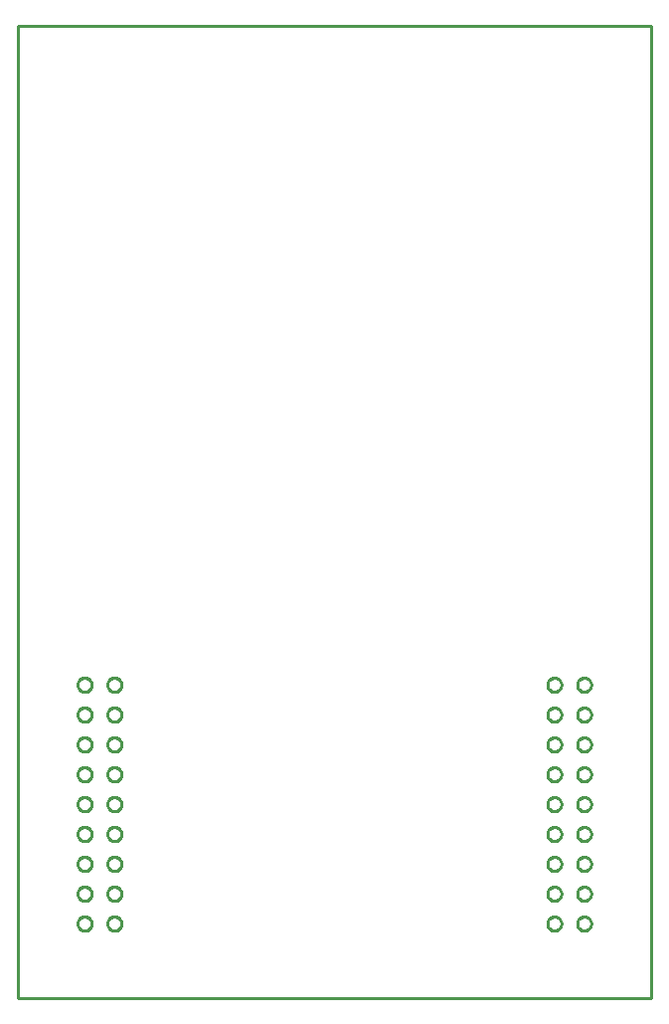
<source format=gbr>
G04 EAGLE Gerber RS-274X export*
G75*
%MOMM*%
%FSLAX34Y34*%
%LPD*%
%IN*%
%IPPOS*%
%AMOC8*
5,1,8,0,0,1.08239X$1,22.5*%
G01*
%ADD10C,0.254000*%


D10*
X-270000Y-165000D02*
X270000Y-165000D01*
X270000Y662500D01*
X-270000Y662500D01*
X-270000Y-165000D01*
X-213037Y95600D02*
X-213707Y95675D01*
X-214364Y95825D01*
X-215000Y96048D01*
X-215607Y96340D01*
X-216178Y96699D01*
X-216704Y97119D01*
X-217181Y97596D01*
X-217601Y98123D01*
X-217960Y98693D01*
X-218252Y99300D01*
X-218475Y99936D01*
X-218625Y100593D01*
X-218700Y101263D01*
X-218700Y101937D01*
X-218625Y102607D01*
X-218475Y103264D01*
X-218252Y103900D01*
X-217960Y104507D01*
X-217601Y105078D01*
X-217181Y105604D01*
X-216704Y106081D01*
X-216178Y106501D01*
X-215607Y106860D01*
X-215000Y107152D01*
X-214364Y107375D01*
X-213707Y107525D01*
X-213037Y107600D01*
X-212363Y107600D01*
X-211693Y107525D01*
X-211036Y107375D01*
X-210400Y107152D01*
X-209793Y106860D01*
X-209223Y106501D01*
X-208696Y106081D01*
X-208219Y105604D01*
X-207799Y105078D01*
X-207440Y104507D01*
X-207148Y103900D01*
X-206925Y103264D01*
X-206775Y102607D01*
X-206700Y101937D01*
X-206700Y101263D01*
X-206775Y100593D01*
X-206925Y99936D01*
X-207148Y99300D01*
X-207440Y98693D01*
X-207799Y98123D01*
X-208219Y97596D01*
X-208696Y97119D01*
X-209223Y96699D01*
X-209793Y96340D01*
X-210400Y96048D01*
X-211036Y95825D01*
X-211693Y95675D01*
X-212363Y95600D01*
X-213037Y95600D01*
X-213037Y70200D02*
X-213707Y70275D01*
X-214364Y70425D01*
X-215000Y70648D01*
X-215607Y70940D01*
X-216178Y71299D01*
X-216704Y71719D01*
X-217181Y72196D01*
X-217601Y72723D01*
X-217960Y73293D01*
X-218252Y73900D01*
X-218475Y74536D01*
X-218625Y75193D01*
X-218700Y75863D01*
X-218700Y76537D01*
X-218625Y77207D01*
X-218475Y77864D01*
X-218252Y78500D01*
X-217960Y79107D01*
X-217601Y79678D01*
X-217181Y80204D01*
X-216704Y80681D01*
X-216178Y81101D01*
X-215607Y81460D01*
X-215000Y81752D01*
X-214364Y81975D01*
X-213707Y82125D01*
X-213037Y82200D01*
X-212363Y82200D01*
X-211693Y82125D01*
X-211036Y81975D01*
X-210400Y81752D01*
X-209793Y81460D01*
X-209223Y81101D01*
X-208696Y80681D01*
X-208219Y80204D01*
X-207799Y79678D01*
X-207440Y79107D01*
X-207148Y78500D01*
X-206925Y77864D01*
X-206775Y77207D01*
X-206700Y76537D01*
X-206700Y75863D01*
X-206775Y75193D01*
X-206925Y74536D01*
X-207148Y73900D01*
X-207440Y73293D01*
X-207799Y72723D01*
X-208219Y72196D01*
X-208696Y71719D01*
X-209223Y71299D01*
X-209793Y70940D01*
X-210400Y70648D01*
X-211036Y70425D01*
X-211693Y70275D01*
X-212363Y70200D01*
X-213037Y70200D01*
X-187637Y70200D02*
X-188307Y70275D01*
X-188964Y70425D01*
X-189600Y70648D01*
X-190207Y70940D01*
X-190778Y71299D01*
X-191304Y71719D01*
X-191781Y72196D01*
X-192201Y72723D01*
X-192560Y73293D01*
X-192852Y73900D01*
X-193075Y74536D01*
X-193225Y75193D01*
X-193300Y75863D01*
X-193300Y76537D01*
X-193225Y77207D01*
X-193075Y77864D01*
X-192852Y78500D01*
X-192560Y79107D01*
X-192201Y79678D01*
X-191781Y80204D01*
X-191304Y80681D01*
X-190778Y81101D01*
X-190207Y81460D01*
X-189600Y81752D01*
X-188964Y81975D01*
X-188307Y82125D01*
X-187637Y82200D01*
X-186963Y82200D01*
X-186293Y82125D01*
X-185636Y81975D01*
X-185000Y81752D01*
X-184393Y81460D01*
X-183823Y81101D01*
X-183296Y80681D01*
X-182819Y80204D01*
X-182399Y79678D01*
X-182040Y79107D01*
X-181748Y78500D01*
X-181525Y77864D01*
X-181375Y77207D01*
X-181300Y76537D01*
X-181300Y75863D01*
X-181375Y75193D01*
X-181525Y74536D01*
X-181748Y73900D01*
X-182040Y73293D01*
X-182399Y72723D01*
X-182819Y72196D01*
X-183296Y71719D01*
X-183823Y71299D01*
X-184393Y70940D01*
X-185000Y70648D01*
X-185636Y70425D01*
X-186293Y70275D01*
X-186963Y70200D01*
X-187637Y70200D01*
X-187637Y95600D02*
X-188307Y95675D01*
X-188964Y95825D01*
X-189600Y96048D01*
X-190207Y96340D01*
X-190778Y96699D01*
X-191304Y97119D01*
X-191781Y97596D01*
X-192201Y98123D01*
X-192560Y98693D01*
X-192852Y99300D01*
X-193075Y99936D01*
X-193225Y100593D01*
X-193300Y101263D01*
X-193300Y101937D01*
X-193225Y102607D01*
X-193075Y103264D01*
X-192852Y103900D01*
X-192560Y104507D01*
X-192201Y105078D01*
X-191781Y105604D01*
X-191304Y106081D01*
X-190778Y106501D01*
X-190207Y106860D01*
X-189600Y107152D01*
X-188964Y107375D01*
X-188307Y107525D01*
X-187637Y107600D01*
X-186963Y107600D01*
X-186293Y107525D01*
X-185636Y107375D01*
X-185000Y107152D01*
X-184393Y106860D01*
X-183823Y106501D01*
X-183296Y106081D01*
X-182819Y105604D01*
X-182399Y105078D01*
X-182040Y104507D01*
X-181748Y103900D01*
X-181525Y103264D01*
X-181375Y102607D01*
X-181300Y101937D01*
X-181300Y101263D01*
X-181375Y100593D01*
X-181525Y99936D01*
X-181748Y99300D01*
X-182040Y98693D01*
X-182399Y98123D01*
X-182819Y97596D01*
X-183296Y97119D01*
X-183823Y96699D01*
X-184393Y96340D01*
X-185000Y96048D01*
X-185636Y95825D01*
X-186293Y95675D01*
X-186963Y95600D01*
X-187637Y95600D01*
X-213037Y44800D02*
X-213707Y44875D01*
X-214364Y45025D01*
X-215000Y45248D01*
X-215607Y45540D01*
X-216178Y45899D01*
X-216704Y46319D01*
X-217181Y46796D01*
X-217601Y47323D01*
X-217960Y47893D01*
X-218252Y48500D01*
X-218475Y49136D01*
X-218625Y49793D01*
X-218700Y50463D01*
X-218700Y51137D01*
X-218625Y51807D01*
X-218475Y52464D01*
X-218252Y53100D01*
X-217960Y53707D01*
X-217601Y54278D01*
X-217181Y54804D01*
X-216704Y55281D01*
X-216178Y55701D01*
X-215607Y56060D01*
X-215000Y56352D01*
X-214364Y56575D01*
X-213707Y56725D01*
X-213037Y56800D01*
X-212363Y56800D01*
X-211693Y56725D01*
X-211036Y56575D01*
X-210400Y56352D01*
X-209793Y56060D01*
X-209223Y55701D01*
X-208696Y55281D01*
X-208219Y54804D01*
X-207799Y54278D01*
X-207440Y53707D01*
X-207148Y53100D01*
X-206925Y52464D01*
X-206775Y51807D01*
X-206700Y51137D01*
X-206700Y50463D01*
X-206775Y49793D01*
X-206925Y49136D01*
X-207148Y48500D01*
X-207440Y47893D01*
X-207799Y47323D01*
X-208219Y46796D01*
X-208696Y46319D01*
X-209223Y45899D01*
X-209793Y45540D01*
X-210400Y45248D01*
X-211036Y45025D01*
X-211693Y44875D01*
X-212363Y44800D01*
X-213037Y44800D01*
X-187637Y44800D02*
X-188307Y44875D01*
X-188964Y45025D01*
X-189600Y45248D01*
X-190207Y45540D01*
X-190778Y45899D01*
X-191304Y46319D01*
X-191781Y46796D01*
X-192201Y47323D01*
X-192560Y47893D01*
X-192852Y48500D01*
X-193075Y49136D01*
X-193225Y49793D01*
X-193300Y50463D01*
X-193300Y51137D01*
X-193225Y51807D01*
X-193075Y52464D01*
X-192852Y53100D01*
X-192560Y53707D01*
X-192201Y54278D01*
X-191781Y54804D01*
X-191304Y55281D01*
X-190778Y55701D01*
X-190207Y56060D01*
X-189600Y56352D01*
X-188964Y56575D01*
X-188307Y56725D01*
X-187637Y56800D01*
X-186963Y56800D01*
X-186293Y56725D01*
X-185636Y56575D01*
X-185000Y56352D01*
X-184393Y56060D01*
X-183823Y55701D01*
X-183296Y55281D01*
X-182819Y54804D01*
X-182399Y54278D01*
X-182040Y53707D01*
X-181748Y53100D01*
X-181525Y52464D01*
X-181375Y51807D01*
X-181300Y51137D01*
X-181300Y50463D01*
X-181375Y49793D01*
X-181525Y49136D01*
X-181748Y48500D01*
X-182040Y47893D01*
X-182399Y47323D01*
X-182819Y46796D01*
X-183296Y46319D01*
X-183823Y45899D01*
X-184393Y45540D01*
X-185000Y45248D01*
X-185636Y45025D01*
X-186293Y44875D01*
X-186963Y44800D01*
X-187637Y44800D01*
X-187637Y19400D02*
X-188307Y19475D01*
X-188964Y19625D01*
X-189600Y19848D01*
X-190207Y20140D01*
X-190778Y20499D01*
X-191304Y20919D01*
X-191781Y21396D01*
X-192201Y21923D01*
X-192560Y22493D01*
X-192852Y23100D01*
X-193075Y23736D01*
X-193225Y24393D01*
X-193300Y25063D01*
X-193300Y25737D01*
X-193225Y26407D01*
X-193075Y27064D01*
X-192852Y27700D01*
X-192560Y28307D01*
X-192201Y28878D01*
X-191781Y29404D01*
X-191304Y29881D01*
X-190778Y30301D01*
X-190207Y30660D01*
X-189600Y30952D01*
X-188964Y31175D01*
X-188307Y31325D01*
X-187637Y31400D01*
X-186963Y31400D01*
X-186293Y31325D01*
X-185636Y31175D01*
X-185000Y30952D01*
X-184393Y30660D01*
X-183823Y30301D01*
X-183296Y29881D01*
X-182819Y29404D01*
X-182399Y28878D01*
X-182040Y28307D01*
X-181748Y27700D01*
X-181525Y27064D01*
X-181375Y26407D01*
X-181300Y25737D01*
X-181300Y25063D01*
X-181375Y24393D01*
X-181525Y23736D01*
X-181748Y23100D01*
X-182040Y22493D01*
X-182399Y21923D01*
X-182819Y21396D01*
X-183296Y20919D01*
X-183823Y20499D01*
X-184393Y20140D01*
X-185000Y19848D01*
X-185636Y19625D01*
X-186293Y19475D01*
X-186963Y19400D01*
X-187637Y19400D01*
X-213037Y19400D02*
X-213707Y19475D01*
X-214364Y19625D01*
X-215000Y19848D01*
X-215607Y20140D01*
X-216178Y20499D01*
X-216704Y20919D01*
X-217181Y21396D01*
X-217601Y21923D01*
X-217960Y22493D01*
X-218252Y23100D01*
X-218475Y23736D01*
X-218625Y24393D01*
X-218700Y25063D01*
X-218700Y25737D01*
X-218625Y26407D01*
X-218475Y27064D01*
X-218252Y27700D01*
X-217960Y28307D01*
X-217601Y28878D01*
X-217181Y29404D01*
X-216704Y29881D01*
X-216178Y30301D01*
X-215607Y30660D01*
X-215000Y30952D01*
X-214364Y31175D01*
X-213707Y31325D01*
X-213037Y31400D01*
X-212363Y31400D01*
X-211693Y31325D01*
X-211036Y31175D01*
X-210400Y30952D01*
X-209793Y30660D01*
X-209223Y30301D01*
X-208696Y29881D01*
X-208219Y29404D01*
X-207799Y28878D01*
X-207440Y28307D01*
X-207148Y27700D01*
X-206925Y27064D01*
X-206775Y26407D01*
X-206700Y25737D01*
X-206700Y25063D01*
X-206775Y24393D01*
X-206925Y23736D01*
X-207148Y23100D01*
X-207440Y22493D01*
X-207799Y21923D01*
X-208219Y21396D01*
X-208696Y20919D01*
X-209223Y20499D01*
X-209793Y20140D01*
X-210400Y19848D01*
X-211036Y19625D01*
X-211693Y19475D01*
X-212363Y19400D01*
X-213037Y19400D01*
X-213037Y-6000D02*
X-213707Y-5925D01*
X-214364Y-5775D01*
X-215000Y-5552D01*
X-215607Y-5260D01*
X-216178Y-4901D01*
X-216704Y-4481D01*
X-217181Y-4004D01*
X-217601Y-3478D01*
X-217960Y-2907D01*
X-218252Y-2300D01*
X-218475Y-1664D01*
X-218625Y-1007D01*
X-218700Y-337D01*
X-218700Y337D01*
X-218625Y1007D01*
X-218475Y1664D01*
X-218252Y2300D01*
X-217960Y2907D01*
X-217601Y3478D01*
X-217181Y4004D01*
X-216704Y4481D01*
X-216178Y4901D01*
X-215607Y5260D01*
X-215000Y5552D01*
X-214364Y5775D01*
X-213707Y5925D01*
X-213037Y6000D01*
X-212363Y6000D01*
X-211693Y5925D01*
X-211036Y5775D01*
X-210400Y5552D01*
X-209793Y5260D01*
X-209223Y4901D01*
X-208696Y4481D01*
X-208219Y4004D01*
X-207799Y3478D01*
X-207440Y2907D01*
X-207148Y2300D01*
X-206925Y1664D01*
X-206775Y1007D01*
X-206700Y337D01*
X-206700Y-337D01*
X-206775Y-1007D01*
X-206925Y-1664D01*
X-207148Y-2300D01*
X-207440Y-2907D01*
X-207799Y-3478D01*
X-208219Y-4004D01*
X-208696Y-4481D01*
X-209223Y-4901D01*
X-209793Y-5260D01*
X-210400Y-5552D01*
X-211036Y-5775D01*
X-211693Y-5925D01*
X-212363Y-6000D01*
X-213037Y-6000D01*
X-187637Y-6000D02*
X-188307Y-5925D01*
X-188964Y-5775D01*
X-189600Y-5552D01*
X-190207Y-5260D01*
X-190778Y-4901D01*
X-191304Y-4481D01*
X-191781Y-4004D01*
X-192201Y-3478D01*
X-192560Y-2907D01*
X-192852Y-2300D01*
X-193075Y-1664D01*
X-193225Y-1007D01*
X-193300Y-337D01*
X-193300Y337D01*
X-193225Y1007D01*
X-193075Y1664D01*
X-192852Y2300D01*
X-192560Y2907D01*
X-192201Y3478D01*
X-191781Y4004D01*
X-191304Y4481D01*
X-190778Y4901D01*
X-190207Y5260D01*
X-189600Y5552D01*
X-188964Y5775D01*
X-188307Y5925D01*
X-187637Y6000D01*
X-186963Y6000D01*
X-186293Y5925D01*
X-185636Y5775D01*
X-185000Y5552D01*
X-184393Y5260D01*
X-183823Y4901D01*
X-183296Y4481D01*
X-182819Y4004D01*
X-182399Y3478D01*
X-182040Y2907D01*
X-181748Y2300D01*
X-181525Y1664D01*
X-181375Y1007D01*
X-181300Y337D01*
X-181300Y-337D01*
X-181375Y-1007D01*
X-181525Y-1664D01*
X-181748Y-2300D01*
X-182040Y-2907D01*
X-182399Y-3478D01*
X-182819Y-4004D01*
X-183296Y-4481D01*
X-183823Y-4901D01*
X-184393Y-5260D01*
X-185000Y-5552D01*
X-185636Y-5775D01*
X-186293Y-5925D01*
X-186963Y-6000D01*
X-187637Y-6000D01*
X-213037Y-31400D02*
X-213707Y-31325D01*
X-214364Y-31175D01*
X-215000Y-30952D01*
X-215607Y-30660D01*
X-216178Y-30301D01*
X-216704Y-29881D01*
X-217181Y-29404D01*
X-217601Y-28878D01*
X-217960Y-28307D01*
X-218252Y-27700D01*
X-218475Y-27064D01*
X-218625Y-26407D01*
X-218700Y-25737D01*
X-218700Y-25063D01*
X-218625Y-24393D01*
X-218475Y-23736D01*
X-218252Y-23100D01*
X-217960Y-22493D01*
X-217601Y-21923D01*
X-217181Y-21396D01*
X-216704Y-20919D01*
X-216178Y-20499D01*
X-215607Y-20140D01*
X-215000Y-19848D01*
X-214364Y-19625D01*
X-213707Y-19475D01*
X-213037Y-19400D01*
X-212363Y-19400D01*
X-211693Y-19475D01*
X-211036Y-19625D01*
X-210400Y-19848D01*
X-209793Y-20140D01*
X-209223Y-20499D01*
X-208696Y-20919D01*
X-208219Y-21396D01*
X-207799Y-21923D01*
X-207440Y-22493D01*
X-207148Y-23100D01*
X-206925Y-23736D01*
X-206775Y-24393D01*
X-206700Y-25063D01*
X-206700Y-25737D01*
X-206775Y-26407D01*
X-206925Y-27064D01*
X-207148Y-27700D01*
X-207440Y-28307D01*
X-207799Y-28878D01*
X-208219Y-29404D01*
X-208696Y-29881D01*
X-209223Y-30301D01*
X-209793Y-30660D01*
X-210400Y-30952D01*
X-211036Y-31175D01*
X-211693Y-31325D01*
X-212363Y-31400D01*
X-213037Y-31400D01*
X-187637Y-31400D02*
X-188307Y-31325D01*
X-188964Y-31175D01*
X-189600Y-30952D01*
X-190207Y-30660D01*
X-190778Y-30301D01*
X-191304Y-29881D01*
X-191781Y-29404D01*
X-192201Y-28878D01*
X-192560Y-28307D01*
X-192852Y-27700D01*
X-193075Y-27064D01*
X-193225Y-26407D01*
X-193300Y-25737D01*
X-193300Y-25063D01*
X-193225Y-24393D01*
X-193075Y-23736D01*
X-192852Y-23100D01*
X-192560Y-22493D01*
X-192201Y-21923D01*
X-191781Y-21396D01*
X-191304Y-20919D01*
X-190778Y-20499D01*
X-190207Y-20140D01*
X-189600Y-19848D01*
X-188964Y-19625D01*
X-188307Y-19475D01*
X-187637Y-19400D01*
X-186963Y-19400D01*
X-186293Y-19475D01*
X-185636Y-19625D01*
X-185000Y-19848D01*
X-184393Y-20140D01*
X-183823Y-20499D01*
X-183296Y-20919D01*
X-182819Y-21396D01*
X-182399Y-21923D01*
X-182040Y-22493D01*
X-181748Y-23100D01*
X-181525Y-23736D01*
X-181375Y-24393D01*
X-181300Y-25063D01*
X-181300Y-25737D01*
X-181375Y-26407D01*
X-181525Y-27064D01*
X-181748Y-27700D01*
X-182040Y-28307D01*
X-182399Y-28878D01*
X-182819Y-29404D01*
X-183296Y-29881D01*
X-183823Y-30301D01*
X-184393Y-30660D01*
X-185000Y-30952D01*
X-185636Y-31175D01*
X-186293Y-31325D01*
X-186963Y-31400D01*
X-187637Y-31400D01*
X-187637Y-56800D02*
X-188307Y-56725D01*
X-188964Y-56575D01*
X-189600Y-56352D01*
X-190207Y-56060D01*
X-190778Y-55701D01*
X-191304Y-55281D01*
X-191781Y-54804D01*
X-192201Y-54278D01*
X-192560Y-53707D01*
X-192852Y-53100D01*
X-193075Y-52464D01*
X-193225Y-51807D01*
X-193300Y-51137D01*
X-193300Y-50463D01*
X-193225Y-49793D01*
X-193075Y-49136D01*
X-192852Y-48500D01*
X-192560Y-47893D01*
X-192201Y-47323D01*
X-191781Y-46796D01*
X-191304Y-46319D01*
X-190778Y-45899D01*
X-190207Y-45540D01*
X-189600Y-45248D01*
X-188964Y-45025D01*
X-188307Y-44875D01*
X-187637Y-44800D01*
X-186963Y-44800D01*
X-186293Y-44875D01*
X-185636Y-45025D01*
X-185000Y-45248D01*
X-184393Y-45540D01*
X-183823Y-45899D01*
X-183296Y-46319D01*
X-182819Y-46796D01*
X-182399Y-47323D01*
X-182040Y-47893D01*
X-181748Y-48500D01*
X-181525Y-49136D01*
X-181375Y-49793D01*
X-181300Y-50463D01*
X-181300Y-51137D01*
X-181375Y-51807D01*
X-181525Y-52464D01*
X-181748Y-53100D01*
X-182040Y-53707D01*
X-182399Y-54278D01*
X-182819Y-54804D01*
X-183296Y-55281D01*
X-183823Y-55701D01*
X-184393Y-56060D01*
X-185000Y-56352D01*
X-185636Y-56575D01*
X-186293Y-56725D01*
X-186963Y-56800D01*
X-187637Y-56800D01*
X-213037Y-56800D02*
X-213707Y-56725D01*
X-214364Y-56575D01*
X-215000Y-56352D01*
X-215607Y-56060D01*
X-216178Y-55701D01*
X-216704Y-55281D01*
X-217181Y-54804D01*
X-217601Y-54278D01*
X-217960Y-53707D01*
X-218252Y-53100D01*
X-218475Y-52464D01*
X-218625Y-51807D01*
X-218700Y-51137D01*
X-218700Y-50463D01*
X-218625Y-49793D01*
X-218475Y-49136D01*
X-218252Y-48500D01*
X-217960Y-47893D01*
X-217601Y-47323D01*
X-217181Y-46796D01*
X-216704Y-46319D01*
X-216178Y-45899D01*
X-215607Y-45540D01*
X-215000Y-45248D01*
X-214364Y-45025D01*
X-213707Y-44875D01*
X-213037Y-44800D01*
X-212363Y-44800D01*
X-211693Y-44875D01*
X-211036Y-45025D01*
X-210400Y-45248D01*
X-209793Y-45540D01*
X-209223Y-45899D01*
X-208696Y-46319D01*
X-208219Y-46796D01*
X-207799Y-47323D01*
X-207440Y-47893D01*
X-207148Y-48500D01*
X-206925Y-49136D01*
X-206775Y-49793D01*
X-206700Y-50463D01*
X-206700Y-51137D01*
X-206775Y-51807D01*
X-206925Y-52464D01*
X-207148Y-53100D01*
X-207440Y-53707D01*
X-207799Y-54278D01*
X-208219Y-54804D01*
X-208696Y-55281D01*
X-209223Y-55701D01*
X-209793Y-56060D01*
X-210400Y-56352D01*
X-211036Y-56575D01*
X-211693Y-56725D01*
X-212363Y-56800D01*
X-213037Y-56800D01*
X-187637Y-82200D02*
X-188307Y-82125D01*
X-188964Y-81975D01*
X-189600Y-81752D01*
X-190207Y-81460D01*
X-190778Y-81101D01*
X-191304Y-80681D01*
X-191781Y-80204D01*
X-192201Y-79678D01*
X-192560Y-79107D01*
X-192852Y-78500D01*
X-193075Y-77864D01*
X-193225Y-77207D01*
X-193300Y-76537D01*
X-193300Y-75863D01*
X-193225Y-75193D01*
X-193075Y-74536D01*
X-192852Y-73900D01*
X-192560Y-73293D01*
X-192201Y-72723D01*
X-191781Y-72196D01*
X-191304Y-71719D01*
X-190778Y-71299D01*
X-190207Y-70940D01*
X-189600Y-70648D01*
X-188964Y-70425D01*
X-188307Y-70275D01*
X-187637Y-70200D01*
X-186963Y-70200D01*
X-186293Y-70275D01*
X-185636Y-70425D01*
X-185000Y-70648D01*
X-184393Y-70940D01*
X-183823Y-71299D01*
X-183296Y-71719D01*
X-182819Y-72196D01*
X-182399Y-72723D01*
X-182040Y-73293D01*
X-181748Y-73900D01*
X-181525Y-74536D01*
X-181375Y-75193D01*
X-181300Y-75863D01*
X-181300Y-76537D01*
X-181375Y-77207D01*
X-181525Y-77864D01*
X-181748Y-78500D01*
X-182040Y-79107D01*
X-182399Y-79678D01*
X-182819Y-80204D01*
X-183296Y-80681D01*
X-183823Y-81101D01*
X-184393Y-81460D01*
X-185000Y-81752D01*
X-185636Y-81975D01*
X-186293Y-82125D01*
X-186963Y-82200D01*
X-187637Y-82200D01*
X-213037Y-82200D02*
X-213707Y-82125D01*
X-214364Y-81975D01*
X-215000Y-81752D01*
X-215607Y-81460D01*
X-216178Y-81101D01*
X-216704Y-80681D01*
X-217181Y-80204D01*
X-217601Y-79678D01*
X-217960Y-79107D01*
X-218252Y-78500D01*
X-218475Y-77864D01*
X-218625Y-77207D01*
X-218700Y-76537D01*
X-218700Y-75863D01*
X-218625Y-75193D01*
X-218475Y-74536D01*
X-218252Y-73900D01*
X-217960Y-73293D01*
X-217601Y-72723D01*
X-217181Y-72196D01*
X-216704Y-71719D01*
X-216178Y-71299D01*
X-215607Y-70940D01*
X-215000Y-70648D01*
X-214364Y-70425D01*
X-213707Y-70275D01*
X-213037Y-70200D01*
X-212363Y-70200D01*
X-211693Y-70275D01*
X-211036Y-70425D01*
X-210400Y-70648D01*
X-209793Y-70940D01*
X-209223Y-71299D01*
X-208696Y-71719D01*
X-208219Y-72196D01*
X-207799Y-72723D01*
X-207440Y-73293D01*
X-207148Y-73900D01*
X-206925Y-74536D01*
X-206775Y-75193D01*
X-206700Y-75863D01*
X-206700Y-76537D01*
X-206775Y-77207D01*
X-206925Y-77864D01*
X-207148Y-78500D01*
X-207440Y-79107D01*
X-207799Y-79678D01*
X-208219Y-80204D01*
X-208696Y-80681D01*
X-209223Y-81101D01*
X-209793Y-81460D01*
X-210400Y-81752D01*
X-211036Y-81975D01*
X-211693Y-82125D01*
X-212363Y-82200D01*
X-213037Y-82200D01*
X-213037Y-107600D02*
X-213707Y-107525D01*
X-214364Y-107375D01*
X-215000Y-107152D01*
X-215607Y-106860D01*
X-216178Y-106501D01*
X-216704Y-106081D01*
X-217181Y-105604D01*
X-217601Y-105078D01*
X-217960Y-104507D01*
X-218252Y-103900D01*
X-218475Y-103264D01*
X-218625Y-102607D01*
X-218700Y-101937D01*
X-218700Y-101263D01*
X-218625Y-100593D01*
X-218475Y-99936D01*
X-218252Y-99300D01*
X-217960Y-98693D01*
X-217601Y-98123D01*
X-217181Y-97596D01*
X-216704Y-97119D01*
X-216178Y-96699D01*
X-215607Y-96340D01*
X-215000Y-96048D01*
X-214364Y-95825D01*
X-213707Y-95675D01*
X-213037Y-95600D01*
X-212363Y-95600D01*
X-211693Y-95675D01*
X-211036Y-95825D01*
X-210400Y-96048D01*
X-209793Y-96340D01*
X-209223Y-96699D01*
X-208696Y-97119D01*
X-208219Y-97596D01*
X-207799Y-98123D01*
X-207440Y-98693D01*
X-207148Y-99300D01*
X-206925Y-99936D01*
X-206775Y-100593D01*
X-206700Y-101263D01*
X-206700Y-101937D01*
X-206775Y-102607D01*
X-206925Y-103264D01*
X-207148Y-103900D01*
X-207440Y-104507D01*
X-207799Y-105078D01*
X-208219Y-105604D01*
X-208696Y-106081D01*
X-209223Y-106501D01*
X-209793Y-106860D01*
X-210400Y-107152D01*
X-211036Y-107375D01*
X-211693Y-107525D01*
X-212363Y-107600D01*
X-213037Y-107600D01*
X-187637Y-107600D02*
X-188307Y-107525D01*
X-188964Y-107375D01*
X-189600Y-107152D01*
X-190207Y-106860D01*
X-190778Y-106501D01*
X-191304Y-106081D01*
X-191781Y-105604D01*
X-192201Y-105078D01*
X-192560Y-104507D01*
X-192852Y-103900D01*
X-193075Y-103264D01*
X-193225Y-102607D01*
X-193300Y-101937D01*
X-193300Y-101263D01*
X-193225Y-100593D01*
X-193075Y-99936D01*
X-192852Y-99300D01*
X-192560Y-98693D01*
X-192201Y-98123D01*
X-191781Y-97596D01*
X-191304Y-97119D01*
X-190778Y-96699D01*
X-190207Y-96340D01*
X-189600Y-96048D01*
X-188964Y-95825D01*
X-188307Y-95675D01*
X-187637Y-95600D01*
X-186963Y-95600D01*
X-186293Y-95675D01*
X-185636Y-95825D01*
X-185000Y-96048D01*
X-184393Y-96340D01*
X-183823Y-96699D01*
X-183296Y-97119D01*
X-182819Y-97596D01*
X-182399Y-98123D01*
X-182040Y-98693D01*
X-181748Y-99300D01*
X-181525Y-99936D01*
X-181375Y-100593D01*
X-181300Y-101263D01*
X-181300Y-101937D01*
X-181375Y-102607D01*
X-181525Y-103264D01*
X-181748Y-103900D01*
X-182040Y-104507D01*
X-182399Y-105078D01*
X-182819Y-105604D01*
X-183296Y-106081D01*
X-183823Y-106501D01*
X-184393Y-106860D01*
X-185000Y-107152D01*
X-185636Y-107375D01*
X-186293Y-107525D01*
X-186963Y-107600D01*
X-187637Y-107600D01*
X186963Y95600D02*
X186293Y95675D01*
X185636Y95825D01*
X185000Y96048D01*
X184393Y96340D01*
X183823Y96699D01*
X183296Y97119D01*
X182819Y97596D01*
X182399Y98123D01*
X182040Y98693D01*
X181748Y99300D01*
X181525Y99936D01*
X181375Y100593D01*
X181300Y101263D01*
X181300Y101937D01*
X181375Y102607D01*
X181525Y103264D01*
X181748Y103900D01*
X182040Y104507D01*
X182399Y105078D01*
X182819Y105604D01*
X183296Y106081D01*
X183823Y106501D01*
X184393Y106860D01*
X185000Y107152D01*
X185636Y107375D01*
X186293Y107525D01*
X186963Y107600D01*
X187637Y107600D01*
X188307Y107525D01*
X188964Y107375D01*
X189600Y107152D01*
X190207Y106860D01*
X190778Y106501D01*
X191304Y106081D01*
X191781Y105604D01*
X192201Y105078D01*
X192560Y104507D01*
X192852Y103900D01*
X193075Y103264D01*
X193225Y102607D01*
X193300Y101937D01*
X193300Y101263D01*
X193225Y100593D01*
X193075Y99936D01*
X192852Y99300D01*
X192560Y98693D01*
X192201Y98123D01*
X191781Y97596D01*
X191304Y97119D01*
X190778Y96699D01*
X190207Y96340D01*
X189600Y96048D01*
X188964Y95825D01*
X188307Y95675D01*
X187637Y95600D01*
X186963Y95600D01*
X186963Y70200D02*
X186293Y70275D01*
X185636Y70425D01*
X185000Y70648D01*
X184393Y70940D01*
X183823Y71299D01*
X183296Y71719D01*
X182819Y72196D01*
X182399Y72723D01*
X182040Y73293D01*
X181748Y73900D01*
X181525Y74536D01*
X181375Y75193D01*
X181300Y75863D01*
X181300Y76537D01*
X181375Y77207D01*
X181525Y77864D01*
X181748Y78500D01*
X182040Y79107D01*
X182399Y79678D01*
X182819Y80204D01*
X183296Y80681D01*
X183823Y81101D01*
X184393Y81460D01*
X185000Y81752D01*
X185636Y81975D01*
X186293Y82125D01*
X186963Y82200D01*
X187637Y82200D01*
X188307Y82125D01*
X188964Y81975D01*
X189600Y81752D01*
X190207Y81460D01*
X190778Y81101D01*
X191304Y80681D01*
X191781Y80204D01*
X192201Y79678D01*
X192560Y79107D01*
X192852Y78500D01*
X193075Y77864D01*
X193225Y77207D01*
X193300Y76537D01*
X193300Y75863D01*
X193225Y75193D01*
X193075Y74536D01*
X192852Y73900D01*
X192560Y73293D01*
X192201Y72723D01*
X191781Y72196D01*
X191304Y71719D01*
X190778Y71299D01*
X190207Y70940D01*
X189600Y70648D01*
X188964Y70425D01*
X188307Y70275D01*
X187637Y70200D01*
X186963Y70200D01*
X212363Y70200D02*
X211693Y70275D01*
X211036Y70425D01*
X210400Y70648D01*
X209793Y70940D01*
X209223Y71299D01*
X208696Y71719D01*
X208219Y72196D01*
X207799Y72723D01*
X207440Y73293D01*
X207148Y73900D01*
X206925Y74536D01*
X206775Y75193D01*
X206700Y75863D01*
X206700Y76537D01*
X206775Y77207D01*
X206925Y77864D01*
X207148Y78500D01*
X207440Y79107D01*
X207799Y79678D01*
X208219Y80204D01*
X208696Y80681D01*
X209223Y81101D01*
X209793Y81460D01*
X210400Y81752D01*
X211036Y81975D01*
X211693Y82125D01*
X212363Y82200D01*
X213037Y82200D01*
X213707Y82125D01*
X214364Y81975D01*
X215000Y81752D01*
X215607Y81460D01*
X216178Y81101D01*
X216704Y80681D01*
X217181Y80204D01*
X217601Y79678D01*
X217960Y79107D01*
X218252Y78500D01*
X218475Y77864D01*
X218625Y77207D01*
X218700Y76537D01*
X218700Y75863D01*
X218625Y75193D01*
X218475Y74536D01*
X218252Y73900D01*
X217960Y73293D01*
X217601Y72723D01*
X217181Y72196D01*
X216704Y71719D01*
X216178Y71299D01*
X215607Y70940D01*
X215000Y70648D01*
X214364Y70425D01*
X213707Y70275D01*
X213037Y70200D01*
X212363Y70200D01*
X212363Y95600D02*
X211693Y95675D01*
X211036Y95825D01*
X210400Y96048D01*
X209793Y96340D01*
X209223Y96699D01*
X208696Y97119D01*
X208219Y97596D01*
X207799Y98123D01*
X207440Y98693D01*
X207148Y99300D01*
X206925Y99936D01*
X206775Y100593D01*
X206700Y101263D01*
X206700Y101937D01*
X206775Y102607D01*
X206925Y103264D01*
X207148Y103900D01*
X207440Y104507D01*
X207799Y105078D01*
X208219Y105604D01*
X208696Y106081D01*
X209223Y106501D01*
X209793Y106860D01*
X210400Y107152D01*
X211036Y107375D01*
X211693Y107525D01*
X212363Y107600D01*
X213037Y107600D01*
X213707Y107525D01*
X214364Y107375D01*
X215000Y107152D01*
X215607Y106860D01*
X216178Y106501D01*
X216704Y106081D01*
X217181Y105604D01*
X217601Y105078D01*
X217960Y104507D01*
X218252Y103900D01*
X218475Y103264D01*
X218625Y102607D01*
X218700Y101937D01*
X218700Y101263D01*
X218625Y100593D01*
X218475Y99936D01*
X218252Y99300D01*
X217960Y98693D01*
X217601Y98123D01*
X217181Y97596D01*
X216704Y97119D01*
X216178Y96699D01*
X215607Y96340D01*
X215000Y96048D01*
X214364Y95825D01*
X213707Y95675D01*
X213037Y95600D01*
X212363Y95600D01*
X186963Y44800D02*
X186293Y44875D01*
X185636Y45025D01*
X185000Y45248D01*
X184393Y45540D01*
X183823Y45899D01*
X183296Y46319D01*
X182819Y46796D01*
X182399Y47323D01*
X182040Y47893D01*
X181748Y48500D01*
X181525Y49136D01*
X181375Y49793D01*
X181300Y50463D01*
X181300Y51137D01*
X181375Y51807D01*
X181525Y52464D01*
X181748Y53100D01*
X182040Y53707D01*
X182399Y54278D01*
X182819Y54804D01*
X183296Y55281D01*
X183823Y55701D01*
X184393Y56060D01*
X185000Y56352D01*
X185636Y56575D01*
X186293Y56725D01*
X186963Y56800D01*
X187637Y56800D01*
X188307Y56725D01*
X188964Y56575D01*
X189600Y56352D01*
X190207Y56060D01*
X190778Y55701D01*
X191304Y55281D01*
X191781Y54804D01*
X192201Y54278D01*
X192560Y53707D01*
X192852Y53100D01*
X193075Y52464D01*
X193225Y51807D01*
X193300Y51137D01*
X193300Y50463D01*
X193225Y49793D01*
X193075Y49136D01*
X192852Y48500D01*
X192560Y47893D01*
X192201Y47323D01*
X191781Y46796D01*
X191304Y46319D01*
X190778Y45899D01*
X190207Y45540D01*
X189600Y45248D01*
X188964Y45025D01*
X188307Y44875D01*
X187637Y44800D01*
X186963Y44800D01*
X212363Y44800D02*
X211693Y44875D01*
X211036Y45025D01*
X210400Y45248D01*
X209793Y45540D01*
X209223Y45899D01*
X208696Y46319D01*
X208219Y46796D01*
X207799Y47323D01*
X207440Y47893D01*
X207148Y48500D01*
X206925Y49136D01*
X206775Y49793D01*
X206700Y50463D01*
X206700Y51137D01*
X206775Y51807D01*
X206925Y52464D01*
X207148Y53100D01*
X207440Y53707D01*
X207799Y54278D01*
X208219Y54804D01*
X208696Y55281D01*
X209223Y55701D01*
X209793Y56060D01*
X210400Y56352D01*
X211036Y56575D01*
X211693Y56725D01*
X212363Y56800D01*
X213037Y56800D01*
X213707Y56725D01*
X214364Y56575D01*
X215000Y56352D01*
X215607Y56060D01*
X216178Y55701D01*
X216704Y55281D01*
X217181Y54804D01*
X217601Y54278D01*
X217960Y53707D01*
X218252Y53100D01*
X218475Y52464D01*
X218625Y51807D01*
X218700Y51137D01*
X218700Y50463D01*
X218625Y49793D01*
X218475Y49136D01*
X218252Y48500D01*
X217960Y47893D01*
X217601Y47323D01*
X217181Y46796D01*
X216704Y46319D01*
X216178Y45899D01*
X215607Y45540D01*
X215000Y45248D01*
X214364Y45025D01*
X213707Y44875D01*
X213037Y44800D01*
X212363Y44800D01*
X212363Y19400D02*
X211693Y19475D01*
X211036Y19625D01*
X210400Y19848D01*
X209793Y20140D01*
X209223Y20499D01*
X208696Y20919D01*
X208219Y21396D01*
X207799Y21923D01*
X207440Y22493D01*
X207148Y23100D01*
X206925Y23736D01*
X206775Y24393D01*
X206700Y25063D01*
X206700Y25737D01*
X206775Y26407D01*
X206925Y27064D01*
X207148Y27700D01*
X207440Y28307D01*
X207799Y28878D01*
X208219Y29404D01*
X208696Y29881D01*
X209223Y30301D01*
X209793Y30660D01*
X210400Y30952D01*
X211036Y31175D01*
X211693Y31325D01*
X212363Y31400D01*
X213037Y31400D01*
X213707Y31325D01*
X214364Y31175D01*
X215000Y30952D01*
X215607Y30660D01*
X216178Y30301D01*
X216704Y29881D01*
X217181Y29404D01*
X217601Y28878D01*
X217960Y28307D01*
X218252Y27700D01*
X218475Y27064D01*
X218625Y26407D01*
X218700Y25737D01*
X218700Y25063D01*
X218625Y24393D01*
X218475Y23736D01*
X218252Y23100D01*
X217960Y22493D01*
X217601Y21923D01*
X217181Y21396D01*
X216704Y20919D01*
X216178Y20499D01*
X215607Y20140D01*
X215000Y19848D01*
X214364Y19625D01*
X213707Y19475D01*
X213037Y19400D01*
X212363Y19400D01*
X186963Y19400D02*
X186293Y19475D01*
X185636Y19625D01*
X185000Y19848D01*
X184393Y20140D01*
X183823Y20499D01*
X183296Y20919D01*
X182819Y21396D01*
X182399Y21923D01*
X182040Y22493D01*
X181748Y23100D01*
X181525Y23736D01*
X181375Y24393D01*
X181300Y25063D01*
X181300Y25737D01*
X181375Y26407D01*
X181525Y27064D01*
X181748Y27700D01*
X182040Y28307D01*
X182399Y28878D01*
X182819Y29404D01*
X183296Y29881D01*
X183823Y30301D01*
X184393Y30660D01*
X185000Y30952D01*
X185636Y31175D01*
X186293Y31325D01*
X186963Y31400D01*
X187637Y31400D01*
X188307Y31325D01*
X188964Y31175D01*
X189600Y30952D01*
X190207Y30660D01*
X190778Y30301D01*
X191304Y29881D01*
X191781Y29404D01*
X192201Y28878D01*
X192560Y28307D01*
X192852Y27700D01*
X193075Y27064D01*
X193225Y26407D01*
X193300Y25737D01*
X193300Y25063D01*
X193225Y24393D01*
X193075Y23736D01*
X192852Y23100D01*
X192560Y22493D01*
X192201Y21923D01*
X191781Y21396D01*
X191304Y20919D01*
X190778Y20499D01*
X190207Y20140D01*
X189600Y19848D01*
X188964Y19625D01*
X188307Y19475D01*
X187637Y19400D01*
X186963Y19400D01*
X186963Y-6000D02*
X186293Y-5925D01*
X185636Y-5775D01*
X185000Y-5552D01*
X184393Y-5260D01*
X183823Y-4901D01*
X183296Y-4481D01*
X182819Y-4004D01*
X182399Y-3478D01*
X182040Y-2907D01*
X181748Y-2300D01*
X181525Y-1664D01*
X181375Y-1007D01*
X181300Y-337D01*
X181300Y337D01*
X181375Y1007D01*
X181525Y1664D01*
X181748Y2300D01*
X182040Y2907D01*
X182399Y3478D01*
X182819Y4004D01*
X183296Y4481D01*
X183823Y4901D01*
X184393Y5260D01*
X185000Y5552D01*
X185636Y5775D01*
X186293Y5925D01*
X186963Y6000D01*
X187637Y6000D01*
X188307Y5925D01*
X188964Y5775D01*
X189600Y5552D01*
X190207Y5260D01*
X190778Y4901D01*
X191304Y4481D01*
X191781Y4004D01*
X192201Y3478D01*
X192560Y2907D01*
X192852Y2300D01*
X193075Y1664D01*
X193225Y1007D01*
X193300Y337D01*
X193300Y-337D01*
X193225Y-1007D01*
X193075Y-1664D01*
X192852Y-2300D01*
X192560Y-2907D01*
X192201Y-3478D01*
X191781Y-4004D01*
X191304Y-4481D01*
X190778Y-4901D01*
X190207Y-5260D01*
X189600Y-5552D01*
X188964Y-5775D01*
X188307Y-5925D01*
X187637Y-6000D01*
X186963Y-6000D01*
X212363Y-6000D02*
X211693Y-5925D01*
X211036Y-5775D01*
X210400Y-5552D01*
X209793Y-5260D01*
X209223Y-4901D01*
X208696Y-4481D01*
X208219Y-4004D01*
X207799Y-3478D01*
X207440Y-2907D01*
X207148Y-2300D01*
X206925Y-1664D01*
X206775Y-1007D01*
X206700Y-337D01*
X206700Y337D01*
X206775Y1007D01*
X206925Y1664D01*
X207148Y2300D01*
X207440Y2907D01*
X207799Y3478D01*
X208219Y4004D01*
X208696Y4481D01*
X209223Y4901D01*
X209793Y5260D01*
X210400Y5552D01*
X211036Y5775D01*
X211693Y5925D01*
X212363Y6000D01*
X213037Y6000D01*
X213707Y5925D01*
X214364Y5775D01*
X215000Y5552D01*
X215607Y5260D01*
X216178Y4901D01*
X216704Y4481D01*
X217181Y4004D01*
X217601Y3478D01*
X217960Y2907D01*
X218252Y2300D01*
X218475Y1664D01*
X218625Y1007D01*
X218700Y337D01*
X218700Y-337D01*
X218625Y-1007D01*
X218475Y-1664D01*
X218252Y-2300D01*
X217960Y-2907D01*
X217601Y-3478D01*
X217181Y-4004D01*
X216704Y-4481D01*
X216178Y-4901D01*
X215607Y-5260D01*
X215000Y-5552D01*
X214364Y-5775D01*
X213707Y-5925D01*
X213037Y-6000D01*
X212363Y-6000D01*
X186963Y-31400D02*
X186293Y-31325D01*
X185636Y-31175D01*
X185000Y-30952D01*
X184393Y-30660D01*
X183823Y-30301D01*
X183296Y-29881D01*
X182819Y-29404D01*
X182399Y-28878D01*
X182040Y-28307D01*
X181748Y-27700D01*
X181525Y-27064D01*
X181375Y-26407D01*
X181300Y-25737D01*
X181300Y-25063D01*
X181375Y-24393D01*
X181525Y-23736D01*
X181748Y-23100D01*
X182040Y-22493D01*
X182399Y-21923D01*
X182819Y-21396D01*
X183296Y-20919D01*
X183823Y-20499D01*
X184393Y-20140D01*
X185000Y-19848D01*
X185636Y-19625D01*
X186293Y-19475D01*
X186963Y-19400D01*
X187637Y-19400D01*
X188307Y-19475D01*
X188964Y-19625D01*
X189600Y-19848D01*
X190207Y-20140D01*
X190778Y-20499D01*
X191304Y-20919D01*
X191781Y-21396D01*
X192201Y-21923D01*
X192560Y-22493D01*
X192852Y-23100D01*
X193075Y-23736D01*
X193225Y-24393D01*
X193300Y-25063D01*
X193300Y-25737D01*
X193225Y-26407D01*
X193075Y-27064D01*
X192852Y-27700D01*
X192560Y-28307D01*
X192201Y-28878D01*
X191781Y-29404D01*
X191304Y-29881D01*
X190778Y-30301D01*
X190207Y-30660D01*
X189600Y-30952D01*
X188964Y-31175D01*
X188307Y-31325D01*
X187637Y-31400D01*
X186963Y-31400D01*
X212363Y-31400D02*
X211693Y-31325D01*
X211036Y-31175D01*
X210400Y-30952D01*
X209793Y-30660D01*
X209223Y-30301D01*
X208696Y-29881D01*
X208219Y-29404D01*
X207799Y-28878D01*
X207440Y-28307D01*
X207148Y-27700D01*
X206925Y-27064D01*
X206775Y-26407D01*
X206700Y-25737D01*
X206700Y-25063D01*
X206775Y-24393D01*
X206925Y-23736D01*
X207148Y-23100D01*
X207440Y-22493D01*
X207799Y-21923D01*
X208219Y-21396D01*
X208696Y-20919D01*
X209223Y-20499D01*
X209793Y-20140D01*
X210400Y-19848D01*
X211036Y-19625D01*
X211693Y-19475D01*
X212363Y-19400D01*
X213037Y-19400D01*
X213707Y-19475D01*
X214364Y-19625D01*
X215000Y-19848D01*
X215607Y-20140D01*
X216178Y-20499D01*
X216704Y-20919D01*
X217181Y-21396D01*
X217601Y-21923D01*
X217960Y-22493D01*
X218252Y-23100D01*
X218475Y-23736D01*
X218625Y-24393D01*
X218700Y-25063D01*
X218700Y-25737D01*
X218625Y-26407D01*
X218475Y-27064D01*
X218252Y-27700D01*
X217960Y-28307D01*
X217601Y-28878D01*
X217181Y-29404D01*
X216704Y-29881D01*
X216178Y-30301D01*
X215607Y-30660D01*
X215000Y-30952D01*
X214364Y-31175D01*
X213707Y-31325D01*
X213037Y-31400D01*
X212363Y-31400D01*
X212363Y-56800D02*
X211693Y-56725D01*
X211036Y-56575D01*
X210400Y-56352D01*
X209793Y-56060D01*
X209223Y-55701D01*
X208696Y-55281D01*
X208219Y-54804D01*
X207799Y-54278D01*
X207440Y-53707D01*
X207148Y-53100D01*
X206925Y-52464D01*
X206775Y-51807D01*
X206700Y-51137D01*
X206700Y-50463D01*
X206775Y-49793D01*
X206925Y-49136D01*
X207148Y-48500D01*
X207440Y-47893D01*
X207799Y-47323D01*
X208219Y-46796D01*
X208696Y-46319D01*
X209223Y-45899D01*
X209793Y-45540D01*
X210400Y-45248D01*
X211036Y-45025D01*
X211693Y-44875D01*
X212363Y-44800D01*
X213037Y-44800D01*
X213707Y-44875D01*
X214364Y-45025D01*
X215000Y-45248D01*
X215607Y-45540D01*
X216178Y-45899D01*
X216704Y-46319D01*
X217181Y-46796D01*
X217601Y-47323D01*
X217960Y-47893D01*
X218252Y-48500D01*
X218475Y-49136D01*
X218625Y-49793D01*
X218700Y-50463D01*
X218700Y-51137D01*
X218625Y-51807D01*
X218475Y-52464D01*
X218252Y-53100D01*
X217960Y-53707D01*
X217601Y-54278D01*
X217181Y-54804D01*
X216704Y-55281D01*
X216178Y-55701D01*
X215607Y-56060D01*
X215000Y-56352D01*
X214364Y-56575D01*
X213707Y-56725D01*
X213037Y-56800D01*
X212363Y-56800D01*
X186963Y-56800D02*
X186293Y-56725D01*
X185636Y-56575D01*
X185000Y-56352D01*
X184393Y-56060D01*
X183823Y-55701D01*
X183296Y-55281D01*
X182819Y-54804D01*
X182399Y-54278D01*
X182040Y-53707D01*
X181748Y-53100D01*
X181525Y-52464D01*
X181375Y-51807D01*
X181300Y-51137D01*
X181300Y-50463D01*
X181375Y-49793D01*
X181525Y-49136D01*
X181748Y-48500D01*
X182040Y-47893D01*
X182399Y-47323D01*
X182819Y-46796D01*
X183296Y-46319D01*
X183823Y-45899D01*
X184393Y-45540D01*
X185000Y-45248D01*
X185636Y-45025D01*
X186293Y-44875D01*
X186963Y-44800D01*
X187637Y-44800D01*
X188307Y-44875D01*
X188964Y-45025D01*
X189600Y-45248D01*
X190207Y-45540D01*
X190778Y-45899D01*
X191304Y-46319D01*
X191781Y-46796D01*
X192201Y-47323D01*
X192560Y-47893D01*
X192852Y-48500D01*
X193075Y-49136D01*
X193225Y-49793D01*
X193300Y-50463D01*
X193300Y-51137D01*
X193225Y-51807D01*
X193075Y-52464D01*
X192852Y-53100D01*
X192560Y-53707D01*
X192201Y-54278D01*
X191781Y-54804D01*
X191304Y-55281D01*
X190778Y-55701D01*
X190207Y-56060D01*
X189600Y-56352D01*
X188964Y-56575D01*
X188307Y-56725D01*
X187637Y-56800D01*
X186963Y-56800D01*
X212363Y-82200D02*
X211693Y-82125D01*
X211036Y-81975D01*
X210400Y-81752D01*
X209793Y-81460D01*
X209223Y-81101D01*
X208696Y-80681D01*
X208219Y-80204D01*
X207799Y-79678D01*
X207440Y-79107D01*
X207148Y-78500D01*
X206925Y-77864D01*
X206775Y-77207D01*
X206700Y-76537D01*
X206700Y-75863D01*
X206775Y-75193D01*
X206925Y-74536D01*
X207148Y-73900D01*
X207440Y-73293D01*
X207799Y-72723D01*
X208219Y-72196D01*
X208696Y-71719D01*
X209223Y-71299D01*
X209793Y-70940D01*
X210400Y-70648D01*
X211036Y-70425D01*
X211693Y-70275D01*
X212363Y-70200D01*
X213037Y-70200D01*
X213707Y-70275D01*
X214364Y-70425D01*
X215000Y-70648D01*
X215607Y-70940D01*
X216178Y-71299D01*
X216704Y-71719D01*
X217181Y-72196D01*
X217601Y-72723D01*
X217960Y-73293D01*
X218252Y-73900D01*
X218475Y-74536D01*
X218625Y-75193D01*
X218700Y-75863D01*
X218700Y-76537D01*
X218625Y-77207D01*
X218475Y-77864D01*
X218252Y-78500D01*
X217960Y-79107D01*
X217601Y-79678D01*
X217181Y-80204D01*
X216704Y-80681D01*
X216178Y-81101D01*
X215607Y-81460D01*
X215000Y-81752D01*
X214364Y-81975D01*
X213707Y-82125D01*
X213037Y-82200D01*
X212363Y-82200D01*
X186963Y-82200D02*
X186293Y-82125D01*
X185636Y-81975D01*
X185000Y-81752D01*
X184393Y-81460D01*
X183823Y-81101D01*
X183296Y-80681D01*
X182819Y-80204D01*
X182399Y-79678D01*
X182040Y-79107D01*
X181748Y-78500D01*
X181525Y-77864D01*
X181375Y-77207D01*
X181300Y-76537D01*
X181300Y-75863D01*
X181375Y-75193D01*
X181525Y-74536D01*
X181748Y-73900D01*
X182040Y-73293D01*
X182399Y-72723D01*
X182819Y-72196D01*
X183296Y-71719D01*
X183823Y-71299D01*
X184393Y-70940D01*
X185000Y-70648D01*
X185636Y-70425D01*
X186293Y-70275D01*
X186963Y-70200D01*
X187637Y-70200D01*
X188307Y-70275D01*
X188964Y-70425D01*
X189600Y-70648D01*
X190207Y-70940D01*
X190778Y-71299D01*
X191304Y-71719D01*
X191781Y-72196D01*
X192201Y-72723D01*
X192560Y-73293D01*
X192852Y-73900D01*
X193075Y-74536D01*
X193225Y-75193D01*
X193300Y-75863D01*
X193300Y-76537D01*
X193225Y-77207D01*
X193075Y-77864D01*
X192852Y-78500D01*
X192560Y-79107D01*
X192201Y-79678D01*
X191781Y-80204D01*
X191304Y-80681D01*
X190778Y-81101D01*
X190207Y-81460D01*
X189600Y-81752D01*
X188964Y-81975D01*
X188307Y-82125D01*
X187637Y-82200D01*
X186963Y-82200D01*
X186963Y-107600D02*
X186293Y-107525D01*
X185636Y-107375D01*
X185000Y-107152D01*
X184393Y-106860D01*
X183823Y-106501D01*
X183296Y-106081D01*
X182819Y-105604D01*
X182399Y-105078D01*
X182040Y-104507D01*
X181748Y-103900D01*
X181525Y-103264D01*
X181375Y-102607D01*
X181300Y-101937D01*
X181300Y-101263D01*
X181375Y-100593D01*
X181525Y-99936D01*
X181748Y-99300D01*
X182040Y-98693D01*
X182399Y-98123D01*
X182819Y-97596D01*
X183296Y-97119D01*
X183823Y-96699D01*
X184393Y-96340D01*
X185000Y-96048D01*
X185636Y-95825D01*
X186293Y-95675D01*
X186963Y-95600D01*
X187637Y-95600D01*
X188307Y-95675D01*
X188964Y-95825D01*
X189600Y-96048D01*
X190207Y-96340D01*
X190778Y-96699D01*
X191304Y-97119D01*
X191781Y-97596D01*
X192201Y-98123D01*
X192560Y-98693D01*
X192852Y-99300D01*
X193075Y-99936D01*
X193225Y-100593D01*
X193300Y-101263D01*
X193300Y-101937D01*
X193225Y-102607D01*
X193075Y-103264D01*
X192852Y-103900D01*
X192560Y-104507D01*
X192201Y-105078D01*
X191781Y-105604D01*
X191304Y-106081D01*
X190778Y-106501D01*
X190207Y-106860D01*
X189600Y-107152D01*
X188964Y-107375D01*
X188307Y-107525D01*
X187637Y-107600D01*
X186963Y-107600D01*
X212363Y-107600D02*
X211693Y-107525D01*
X211036Y-107375D01*
X210400Y-107152D01*
X209793Y-106860D01*
X209223Y-106501D01*
X208696Y-106081D01*
X208219Y-105604D01*
X207799Y-105078D01*
X207440Y-104507D01*
X207148Y-103900D01*
X206925Y-103264D01*
X206775Y-102607D01*
X206700Y-101937D01*
X206700Y-101263D01*
X206775Y-100593D01*
X206925Y-99936D01*
X207148Y-99300D01*
X207440Y-98693D01*
X207799Y-98123D01*
X208219Y-97596D01*
X208696Y-97119D01*
X209223Y-96699D01*
X209793Y-96340D01*
X210400Y-96048D01*
X211036Y-95825D01*
X211693Y-95675D01*
X212363Y-95600D01*
X213037Y-95600D01*
X213707Y-95675D01*
X214364Y-95825D01*
X215000Y-96048D01*
X215607Y-96340D01*
X216178Y-96699D01*
X216704Y-97119D01*
X217181Y-97596D01*
X217601Y-98123D01*
X217960Y-98693D01*
X218252Y-99300D01*
X218475Y-99936D01*
X218625Y-100593D01*
X218700Y-101263D01*
X218700Y-101937D01*
X218625Y-102607D01*
X218475Y-103264D01*
X218252Y-103900D01*
X217960Y-104507D01*
X217601Y-105078D01*
X217181Y-105604D01*
X216704Y-106081D01*
X216178Y-106501D01*
X215607Y-106860D01*
X215000Y-107152D01*
X214364Y-107375D01*
X213707Y-107525D01*
X213037Y-107600D01*
X212363Y-107600D01*
M02*

</source>
